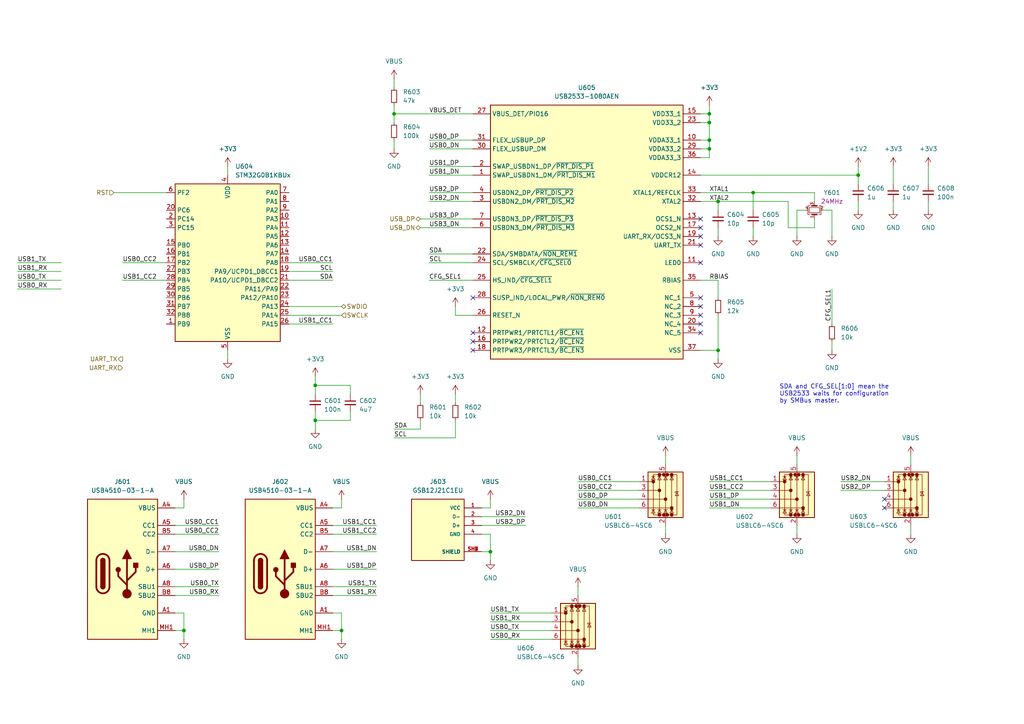
<source format=kicad_sch>
(kicad_sch (version 20231120) (generator "eeschema") (generator_version "8.0")
  (paper "A4")
  (lib_symbols
    (symbol "Device:C_Small" (pin_numbers hide) (pin_names (offset 0.254) hide)
      (property "Reference" "C" (at 0.254 1.778 0))
      (property "Value" "C_Small" (at 0.254 -2.032 0))
      (symbol "C_Small_0_1"
        (polyline (pts (xy -1.524 -0.508) (xy 1.524 -0.508)) (stroke (width 0.3302)))
        (polyline (pts (xy -1.524 0.508) (xy 1.524 0.508)) (stroke (width 0.3048)))
      )
      (symbol "C_Small_1_1"
        (pin passive line (at 0 2.54 270) (length 2.032) (name "~") (number "1"))
        (pin passive line (at 0 -2.54 90) (length 2.032) (name "~") (number "2"))
      )
    )
    (symbol "Device:Crystal_GND24_Small" (pin_names (offset 1.016) hide)
      (property "Reference" "Y" (at 1.27 4.445 0))
      (property "Value" "Crystal_GND24_Small" (at 1.27 2.54 0))
      (symbol "Crystal_GND24_Small_0_1"
        (rectangle (start -0.762 -1.524) (end 0.762 1.524))
        (polyline (pts (xy -1.27 -0.762) (xy -1.27 0.762)) (stroke (width 0.381)))
        (polyline (pts (xy 1.27 -0.762) (xy 1.27 0.762)) (stroke (width 0.381)))
        (polyline (pts (xy -1.27 -1.27) (xy -1.27 -1.905) (xy 1.27 -1.905) (xy 1.27 -1.27)))
        (polyline (pts (xy -1.27 1.27) (xy -1.27 1.905) (xy 1.27 1.905) (xy 1.27 1.27)))
      )
      (symbol "Crystal_GND24_Small_1_1"
        (pin passive line (at -2.54 0 0) (length 1.27) (name "1") (number "1"))
        (pin passive line (at 0 -2.54 90) (length 0.635) (name "2") (number "2"))
        (pin passive line (at 2.54 0 180) (length 1.27) (name "3") (number "3"))
        (pin passive line (at 0 2.54 270) (length 0.635) (name "4") (number "4"))
      )
    )
    (symbol "Device:R_Small" (pin_numbers hide) (pin_names (offset 0.254) hide)
      (property "Reference" "R" (at 0.762 0.508 0))
      (property "Value" "R_Small" (at 0.762 -1.016 0))
      (symbol "R_Small_0_1"
        (rectangle (start -0.762 1.778) (end 0.762 -1.778) (stroke (width 0.2032)))
      )
      (symbol "R_Small_1_1"
        (pin passive line (at 0 2.54 270) (length 0.762) (name "~") (number "1"))
        (pin passive line (at 0 -2.54 90) (length 0.762) (name "~") (number "2"))
      )
    )
    (symbol "GSB12J21C1EU:GSB12J21C1EU" (pin_names (offset 1.016))
      (property "Reference" "J" (at -7.62 8.382 0))
      (property "Value" "GSB12J21C1EU" (at -7.62 -12.7 0))
      (symbol "GSB12J21C1EU_0_0"
        (rectangle (start -7.62 -10.16) (end 7.62 7.62) (stroke (width 0.254)) (fill (type background)))
        (pin power_in line (at -12.7 5.08 0) (length 5.08) (name "VCC") (number "1"))
        (pin bidirectional line (at -12.7 2.54 0) (length 5.08) (name "D-") (number "2"))
        (pin bidirectional line (at -12.7 0 0) (length 5.08) (name "D+") (number "3"))
        (pin power_in line (at -12.7 -2.54 0) (length 5.08) (name "GND") (number "4"))
        (pin passive line (at -12.7 -7.62 0) (length 5.08) (name "SHIELD") (number "SH1"))
        (pin passive line (at -12.7 -7.62 0) (length 5.08) (name "SHIELD") (number "SH2"))
        (pin passive line (at -12.7 -7.62 0) (length 5.08) (name "SHIELD") (number "SH3"))
        (pin passive line (at -12.7 -7.62 0) (length 5.08) (name "SHIELD") (number "SH4"))
      )
    )
    (symbol "MCU_ST_STM32G0:STM32G0B1KBUx"
      (property "Reference" "U" (at -15.24 24.13 0))
      (property "Value" "STM32G0B1KBUx" (at 2.54 24.13 0))
      (symbol "STM32G0B1KBUx_0_1"
        (rectangle (start -15.24 -22.86) (end 15.24 22.86) (stroke (width 0.254)) (fill (type background)))
      )
      (symbol "STM32G0B1KBUx_1_1"
        (pin bidirectional line (at -17.78 -17.78 0) (length 2.54) (name "PB9") (number "1"))
        (pin bidirectional line (at 17.78 12.7 180) (length 2.54) (name "PA3") (number "10"))
        (pin bidirectional line (at 17.78 10.16 180) (length 2.54) (name "PA4") (number "11"))
        (pin bidirectional line (at 17.78 7.62 180) (length 2.54) (name "PA5") (number "12"))
        (pin bidirectional line (at 17.78 5.08 180) (length 2.54) (name "PA6") (number "13"))
        (pin bidirectional line (at 17.78 2.54 180) (length 2.54) (name "PA7") (number "14"))
        (pin bidirectional line (at -17.78 5.08 0) (length 2.54) (name "PB0") (number "15"))
        (pin bidirectional line (at -17.78 2.54 0) (length 2.54) (name "PB1") (number "16"))
        (pin bidirectional line (at -17.78 0 0) (length 2.54) (name "PB2") (number "17"))
        (pin bidirectional line (at 17.78 0 180) (length 2.54) (name "PA8") (number "18"))
        (pin bidirectional line (at 17.78 -2.54 180) (length 2.54) (name "PA9/UCPD1_DBCC1") (number "19"))
        (pin bidirectional line (at -17.78 12.7 0) (length 2.54) (name "PC14") (number "2"))
        (pin bidirectional line (at -17.78 15.24 0) (length 2.54) (name "PC6") (number "20"))
        (pin bidirectional line (at 17.78 -5.08 180) (length 2.54) (name "PA10/UCPD1_DBCC2") (number "21"))
        (pin bidirectional line (at 17.78 -7.62 180) (length 2.54) (name "PA11/PA9") (number "22"))
        (pin bidirectional line (at 17.78 -10.16 180) (length 2.54) (name "PA12/PA10") (number "23"))
        (pin bidirectional line (at 17.78 -12.7 180) (length 2.54) (name "PA13") (number "24"))
        (pin bidirectional line (at 17.78 -15.24 180) (length 2.54) (name "PA14") (number "25"))
        (pin bidirectional line (at 17.78 -17.78 180) (length 2.54) (name "PA15") (number "26"))
        (pin bidirectional line (at -17.78 -2.54 0) (length 2.54) (name "PB3") (number "27"))
        (pin bidirectional line (at -17.78 -5.08 0) (length 2.54) (name "PB4") (number "28"))
        (pin bidirectional line (at -17.78 -7.62 0) (length 2.54) (name "PB5") (number "29"))
        (pin bidirectional line (at -17.78 10.16 0) (length 2.54) (name "PC15") (number "3"))
        (pin bidirectional line (at -17.78 -10.16 0) (length 2.54) (name "PB6") (number "30"))
        (pin bidirectional line (at -17.78 -12.7 0) (length 2.54) (name "PB7") (number "31"))
        (pin bidirectional line (at -17.78 -15.24 0) (length 2.54) (name "PB8") (number "32"))
        (pin passive line (at 0 -25.4 90) (length 2.54) hide (name "VSS") (number "33"))
        (pin power_in line (at 0 25.4 270) (length 2.54) (name "VDD") (number "4"))
        (pin power_in line (at 0 -25.4 90) (length 2.54) (name "VSS") (number "5"))
        (pin bidirectional line (at -17.78 20.32 0) (length 2.54) (name "PF2") (number "6"))
        (pin bidirectional line (at 17.78 20.32 180) (length 2.54) (name "PA0") (number "7"))
        (pin bidirectional line (at 17.78 17.78 180) (length 2.54) (name "PA1") (number "8"))
        (pin bidirectional line (at 17.78 15.24 180) (length 2.54) (name "PA2") (number "9"))
      )
    )
    (symbol "Power_Protection:USBLC6-4SC6" (pin_names hide)
      (property "Reference" "U" (at 1.27 9.525 0))
      (property "Value" "USBLC6-4SC6" (at 1.27 6.985 0))
      (symbol "USBLC6-4SC6_0_0"
        (circle (center -3.556 2.54) (radius 0.0001) (stroke (width 0.508)))
        (circle (center -1.778 -7.112) (radius 0.0001) (stroke (width 0.508)))
        (circle (center -1.778 0) (radius 0.0001) (stroke (width 0.508)))
        (circle (center -1.778 4.572) (radius 0.0001) (stroke (width 0.508)))
        (circle (center -0.508 -7.112) (radius 0.0001) (stroke (width 0.508)))
        (circle (center -0.508 4.572) (radius 0.0001) (stroke (width 0.508)))
        (circle (center 0 -2.54) (radius 0.0001) (stroke (width 0.508)))
        (circle (center 0.508 -7.112) (radius 0.0001) (stroke (width 0.508)))
        (circle (center 0.508 4.572) (radius 0.0001) (stroke (width 0.508)))
        (circle (center 1.778 -7.112) (radius 0.0001) (stroke (width 0.508)))
        (circle (center 1.778 -5.08) (radius 0.0001) (stroke (width 0.508)))
        (circle (center 1.778 4.572) (radius 0.0001) (stroke (width 0.508)))
      )
      (symbol "USBLC6-4SC6_0_1"
        (polyline (pts (xy -5.08 -5.08) (xy 1.778 -5.08)))
        (polyline (pts (xy -5.08 -2.54) (xy 0 -2.54)))
        (polyline (pts (xy -5.08 0) (xy -1.778 0)))
        (polyline (pts (xy -5.08 2.54) (xy -3.556 2.54)))
        (polyline (pts (xy -4.064 -5.588) (xy -3.048 -5.588)))
        (polyline (pts (xy -3.048 4.064) (xy -4.064 4.064)))
        (polyline (pts (xy -2.286 -5.588) (xy -1.27 -5.588)))
        (polyline (pts (xy -2.286 4.064) (xy -1.27 4.064)))
        (polyline (pts (xy -0.508 -5.588) (xy 0.508 -5.588)))
        (polyline (pts (xy 0 5.08) (xy 0.508 4.572)))
        (polyline (pts (xy 0.508 -7.112) (xy -0.508 -7.112)))
        (polyline (pts (xy 0.508 4.064) (xy -0.508 4.064)))
        (polyline (pts (xy 1.27 4.064) (xy 2.286 4.064)))
        (polyline (pts (xy 2.286 -5.588) (xy 1.27 -5.588)))
        (polyline (pts (xy 2.794 -0.762) (xy 2.794 -0.381) (xy 3.81 -0.381)))
        (polyline (pts (xy -4.064 3.048) (xy -3.048 3.048) (xy -3.556 4.064) (xy -4.064 3.048)))
        (polyline (pts (xy -3.048 -6.604) (xy -4.064 -6.604) (xy -3.556 -5.588) (xy -3.048 -6.604)))
        (polyline (pts (xy -1.27 -6.604) (xy -2.286 -6.604) (xy -1.778 -5.588) (xy -1.27 -6.604)))
        (polyline (pts (xy -1.27 3.048) (xy -2.286 3.048) (xy -1.778 4.064) (xy -1.27 3.048)))
        (polyline (pts (xy -0.508 -6.604) (xy 0.508 -6.604) (xy 0 -5.588) (xy -0.508 -6.604)))
        (polyline (pts (xy -0.508 3.048) (xy 0.508 3.048) (xy 0 4.064) (xy -0.508 3.048)))
        (polyline (pts (xy 1.27 -6.604) (xy 2.286 -6.604) (xy 1.778 -5.588) (xy 1.27 -6.604)))
        (polyline (pts (xy 1.778 4.572) (xy 3.302 4.572) (xy 3.302 -7.112) (xy 1.778 -7.112)))
        (polyline (pts (xy 2.286 3.048) (xy 1.27 3.048) (xy 1.778 4.064) (xy 2.286 3.048)))
        (polyline (pts (xy 3.81 -1.524) (xy 2.794 -1.524) (xy 3.302 -0.508) (xy 3.81 -1.524)))
      )
      (symbol "USBLC6-4SC6_1_1"
        (rectangle (start -5.08 5.334) (end 5.08 -7.874) (stroke (width 0.254)) (fill (type background)))
        (polyline (pts (xy -1.778 4.572) (xy -3.556 4.572) (xy -3.556 -7.112) (xy -1.778 -7.112)))
        (polyline (pts (xy -0.508 4.572) (xy 1.778 4.572) (xy 1.778 -7.112) (xy 0.508 -7.112)))
        (polyline (pts (xy 0.508 -7.112) (xy 0 -6.604) (xy 0 4.064) (xy -0.508 4.572)))
        (polyline (pts (xy 0 -7.62) (xy -0.508 -7.112) (xy -1.778 -7.112) (xy -1.778 4.572) (xy -0.508 4.572)))
        (pin passive line (at -7.62 2.54 0) (length 2.54) (name "I/O1") (number "1"))
        (pin passive line (at 0 -10.16 90) (length 2.54) (name "GND") (number "2"))
        (pin passive line (at -7.62 0 0) (length 2.54) (name "I/O2") (number "3"))
        (pin passive line (at -7.62 -2.54 0) (length 2.54) (name "I/O3") (number "4"))
        (pin passive line (at 0 7.62 270) (length 2.54) (name "VBUS") (number "5"))
        (pin passive line (at -7.62 -5.08 0) (length 2.54) (name "I/O4") (number "6"))
      )
    )
    (symbol "USB2533-1080AEN:USB2533-1080AEN"
      (property "Reference" "U" (at 74.93 45.72 0))
      (property "Value" "USB2533-1080AEN" (at 74.93 43.18 0))
      (symbol "USB2533-1080AEN_1_1"
        (rectangle (start -27.94 0) (end 27.94 -73.66) (stroke (width 0.254)) (fill (type background)))
        (pin passive line (at -33.02 -20.32 0) (length 5.08) (name "SWAP_USBDN1_DM/~{PRT_DIS_M1}") (number "1"))
        (pin passive line (at 33.02 -10.16 180) (length 5.08) (name "VDDA33_1") (number "10"))
        (pin passive line (at 33.02 -45.72 180) (length 5.08) (name "LED0") (number "11"))
        (pin passive line (at -33.02 -66.04 0) (length 5.08) (name "PRTPWR1/PRTCTL1/~{BC_EN1}") (number "12"))
        (pin passive line (at 33.02 -33.02 180) (length 5.08) (name "OCS1_N") (number "13"))
        (pin passive line (at 33.02 -20.32 180) (length 5.08) (name "VDDCR12") (number "14"))
        (pin passive line (at 33.02 -2.54 180) (length 5.08) (name "VDD33_1") (number "15"))
        (pin passive line (at -33.02 -68.58 0) (length 5.08) (name "PRTPWR2/PRTCTL2/~{BC_EN2}") (number "16"))
        (pin passive line (at 33.02 -35.56 180) (length 5.08) (name "OCS2_N") (number "17"))
        (pin passive line (at -33.02 -71.12 0) (length 5.08) (name "PRTPWR3/PRTCTL3/~{BC_EN3}") (number "18"))
        (pin passive line (at 33.02 -38.1 180) (length 5.08) (name "UART_RX/OCS3_N") (number "19"))
        (pin passive line (at -33.02 -17.78 0) (length 5.08) (name "SWAP_USBDN1_DP/~{PRT_DIS_P1}") (number "2"))
        (pin passive line (at 33.02 -63.5 180) (length 5.08) (name "NC_4") (number "20"))
        (pin passive line (at 33.02 -40.64 180) (length 5.08) (name "UART_TX") (number "21"))
        (pin passive line (at -33.02 -43.18 0) (length 5.08) (name "SDA/SMBDATA/~{NON_REM1}") (number "22"))
        (pin passive line (at 33.02 -5.08 180) (length 5.08) (name "VDD33_2") (number "23"))
        (pin passive line (at -33.02 -45.72 0) (length 5.08) (name "SCL/SMBCLK/~{CFG_SEL0}") (number "24"))
        (pin passive line (at -33.02 -50.8 0) (length 5.08) (name "HS_IND/~{CFG_SEL1}") (number "25"))
        (pin passive line (at -33.02 -60.96 0) (length 5.08) (name "RESET_N") (number "26"))
        (pin passive line (at -33.02 -2.54 0) (length 5.08) (name "VBUS_DET/PIO16") (number "27"))
        (pin passive line (at -33.02 -55.88 0) (length 5.08) (name "SUSP_IND/LOCAL_PWR/~{NON_REM0}") (number "28"))
        (pin passive line (at 33.02 -12.7 180) (length 5.08) (name "VDDA33_2") (number "29"))
        (pin passive line (at -33.02 -27.94 0) (length 5.08) (name "USBDN2_DM/~{PRT_DIS_M2}") (number "3"))
        (pin passive line (at -33.02 -12.7 0) (length 5.08) (name "FLEX_USBUP_DM") (number "30"))
        (pin passive line (at -33.02 -10.16 0) (length 5.08) (name "FLEX_USBUP_DP") (number "31"))
        (pin passive line (at 33.02 -27.94 180) (length 5.08) (name "XTAL2") (number "32"))
        (pin passive line (at 33.02 -25.4 180) (length 5.08) (name "XTAL1/REFCLK") (number "33"))
        (pin passive line (at 33.02 -66.04 180) (length 5.08) (name "NC_5") (number "34"))
        (pin passive line (at 33.02 -50.8 180) (length 5.08) (name "RBIAS") (number "35"))
        (pin passive line (at 33.02 -15.24 180) (length 5.08) (name "VDDA33_3") (number "36"))
        (pin passive line (at 33.02 -71.12 180) (length 5.08) (name "VSS") (number "37"))
        (pin passive line (at -33.02 -25.4 0) (length 5.08) (name "USBDN2_DP/~{PRT_DIS_P2}") (number "4"))
        (pin passive line (at 33.02 -55.88 180) (length 5.08) (name "NC_1") (number "5"))
        (pin passive line (at -33.02 -35.56 0) (length 5.08) (name "USBDN3_DM/~{PRT_DIS_M3}") (number "6"))
        (pin passive line (at -33.02 -33.02 0) (length 5.08) (name "USBDN3_DP/~{PRT_DIS_P3}") (number "7"))
        (pin passive line (at 33.02 -58.42 180) (length 5.08) (name "NC_2") (number "8"))
        (pin passive line (at 33.02 -60.96 180) (length 5.08) (name "NC_3") (number "9"))
      )
    )
    (symbol "USB4510-03-1-A:USB4510-03-1-A"
      (property "Reference" "J" (at 0 5.08 0))
      (property "Value" "USB4510-03-1-A" (at 0 2.54 0))
      (symbol "USB4510-03-1-A_0_1"
        (rectangle (start -10.16 0) (end 10.16 -40.64) (stroke (width 0.254)) (fill (type background)))
        (arc (start -7.62 -25.4) (mid -5.715 -27.2967) (end -3.81 -25.4) (stroke (width 0.508)))
        (arc (start -6.35 -25.4) (mid -5.715 -26.0323) (end -5.08 -25.4) (stroke (width 0.254)))
        (arc (start -6.35 -25.4) (mid -5.715 -26.0323) (end -5.08 -25.4) (stroke (width 0.254)) (fill (type outline)))
        (rectangle (start -6.35 -25.4) (end -5.08 -17.78) (stroke (width 0.254)) (fill (type outline)))
        (arc (start -5.08 -17.78) (mid -5.715 -17.1477) (end -6.35 -17.78) (stroke (width 0.254)))
        (arc (start -5.08 -17.78) (mid -5.715 -17.1477) (end -6.35 -17.78) (stroke (width 0.254)) (fill (type outline)))
        (arc (start -3.81 -17.78) (mid -5.715 -15.8833) (end -7.62 -17.78) (stroke (width 0.508)))
        (polyline (pts (xy -7.62 -25.4) (xy -7.62 -17.78)) (stroke (width 0.508)))
        (polyline (pts (xy -3.81 -17.78) (xy -3.81 -25.4)) (stroke (width 0.508)))
      )
      (symbol "USB4510-03-1-A_1_1"
        (circle (center -1.27 -20.447) (radius 0.635) (stroke (width 0.254)) (fill (type outline)))
        (polyline (pts (xy 1.27 -27.432) (xy 1.27 -17.272)) (stroke (width 0.508)))
        (polyline (pts (xy 1.27 -24.892) (xy -1.27 -22.352) (xy -1.27 -21.082)) (stroke (width 0.508)))
        (polyline (pts (xy 1.27 -23.622) (xy 3.81 -21.082) (xy 3.81 -19.812)) (stroke (width 0.508)))
        (polyline (pts (xy 0 -17.272) (xy 1.27 -14.732) (xy 2.54 -17.272) (xy 0 -17.272)) (stroke (width 0.254)) (fill (type outline)))
        (circle (center 1.27 -27.432) (radius 1.27) (fill (type outline)))
        (rectangle (start 3.175 -19.812) (end 4.445 -18.542) (stroke (width 0.254)) (fill (type outline)))
        (pin passive line (at 15.24 -33.02 180) (length 5.08) (name "GND") (number "A1"))
        (pin passive line (at 15.24 -33.02 180) (length 5.08) hide (name "GND") (number "A12"))
        (pin passive line (at 15.24 -2.54 180) (length 5.08) (name "VBUS") (number "A4"))
        (pin bidirectional line (at 15.24 -7.62 180) (length 5.08) (name "CC1") (number "A5"))
        (pin bidirectional line (at 15.24 -20.32 180) (length 5.08) (name "D+") (number "A6"))
        (pin bidirectional line (at 15.24 -15.24 180) (length 5.08) (name "D-") (number "A7"))
        (pin bidirectional line (at 15.24 -25.4 180) (length 5.08) (name "SBU1") (number "A8"))
        (pin passive line (at 15.24 -2.54 180) (length 5.08) hide (name "VBUS") (number "A9"))
        (pin bidirectional line (at 15.24 -10.16 180) (length 5.08) (name "CC2") (number "B5"))
        (pin passive line (at 15.24 -20.32 180) (length 5.08) hide (name "D+") (number "B6"))
        (pin passive line (at 15.24 -15.24 180) (length 5.08) hide (name "D-") (number "B7"))
        (pin bidirectional line (at 15.24 -27.94 180) (length 5.08) (name "SBU2") (number "B8"))
        (pin passive line (at 15.24 -38.1 180) (length 5.08) (name "MH1") (number "MH1"))
        (pin passive line (at 15.24 -38.1 180) (length 5.08) hide (name "MH2") (number "MH2"))
        (pin passive line (at 15.24 -38.1 180) (length 5.08) hide (name "MH3") (number "MH3"))
        (pin passive line (at 15.24 -38.1 180) (length 5.08) hide (name "MH4") (number "MH4"))
      )
    )
    (symbol "power:+1V2" (power) (pin_numbers hide) (pin_names (offset 0) hide)
      (property "Value" "+1V2" (at 0 3.556 0))
      (symbol "+1V2_0_1"
        (polyline (pts (xy -0.762 1.27) (xy 0 2.54)))
        (polyline (pts (xy 0 0) (xy 0 2.54)))
        (polyline (pts (xy 0 2.54) (xy 0.762 1.27)))
      )
      (symbol "+1V2_1_1"
        (pin power_in line (at 0 0 90) (length 0) (name "~") (number "1"))
      )
    )
    (symbol "power:+3V3" (power) (pin_numbers hide) (pin_names (offset 0) hide)
      (property "Value" "+3V3" (at 0 3.556 0))
      (symbol "+3V3_0_1"
        (polyline (pts (xy -0.762 1.27) (xy 0 2.54)))
        (polyline (pts (xy 0 0) (xy 0 2.54)))
        (polyline (pts (xy 0 2.54) (xy 0.762 1.27)))
      )
      (symbol "+3V3_1_1"
        (pin power_in line (at 0 0 90) (length 0) (name "~") (number "1"))
      )
    )
    (symbol "power:GND" (power) (pin_numbers hide) (pin_names (offset 0) hide)
      (property "Value" "GND" (at 0 -3.81 0))
      (symbol "GND_0_1"
        (polyline (pts (xy 0 0) (xy 0 -1.27) (xy 1.27 -1.27) (xy 0 -2.54) (xy -1.27 -1.27) (xy 0 -1.27)))
      )
      (symbol "GND_1_1"
        (pin power_in line (at 0 0 270) (length 0) (name "~") (number "1"))
      )
    )
    (symbol "power:VBUS" (power) (pin_numbers hide) (pin_names (offset 0) hide)
      (property "Value" "VBUS" (at 0 3.556 0))
      (symbol "VBUS_0_1"
        (polyline (pts (xy -0.762 1.27) (xy 0 2.54)))
        (polyline (pts (xy 0 0) (xy 0 2.54)))
        (polyline (pts (xy 0 2.54) (xy 0.762 1.27)))
      )
      (symbol "VBUS_1_1"
        (pin power_in line (at 0 0 90) (length 0) (name "~") (number "1"))
      )
    )
  )
  (junction (at 205.74 40.64))
  (junction (at 142.24 160.02))
  (junction (at 205.74 35.56))
  (junction (at 91.44 121.92))
  (junction (at 205.74 33.02))
  (junction (at 53.34 182.88))
  (junction (at 205.74 43.18))
  (junction (at 91.44 111.76))
  (junction (at 208.28 101.6))
  (junction (at 208.28 58.42))
  (junction (at 248.92 50.8))
  (junction (at 114.3 33.02))
  (junction (at 218.44 55.88))
  (junction (at 99.06 182.88))
  (no_connect (at 203.2 71.12))
  (no_connect (at 203.2 91.44))
  (no_connect (at 203.2 68.58))
  (no_connect (at 203.2 88.9))
  (no_connect (at 137.16 86.36))
  (no_connect (at 203.2 96.52))
  (no_connect (at 137.16 101.6))
  (no_connect (at 203.2 66.04))
  (no_connect (at 203.2 93.98))
  (no_connect (at 203.2 86.36))
  (no_connect (at 203.2 76.2))
  (no_connect (at 137.16 99.06))
  (no_connect (at 203.2 63.5))
  (no_connect (at 137.16 96.52))
  (no_connect (at 256.54 144.78))
  (no_connect (at 256.54 147.32))
  (wire (pts (xy 185.42 147.32) (xy 167.64 147.32)))
  (wire (pts (xy 218.44 66.04) (xy 218.44 68.58)))
  (wire (pts (xy 99.06 177.8) (xy 99.06 182.88)))
  (wire (pts (xy 53.34 144.78) (xy 53.34 147.32)))
  (wire (pts (xy 205.74 45.72) (xy 203.2 45.72)))
  (wire (pts (xy 121.92 114.3) (xy 121.92 116.84)))
  (wire (pts (xy 142.24 144.78) (xy 142.24 147.32)))
  (wire (pts (xy 167.64 170.18) (xy 167.64 172.72)))
  (wire (pts (xy 248.92 50.8) (xy 248.92 48.26)))
  (wire (pts (xy 167.64 142.24) (xy 185.42 142.24)))
  (wire (pts (xy 203.2 58.42) (xy 208.28 58.42)))
  (wire (pts (xy 132.08 91.44) (xy 137.16 91.44)))
  (wire (pts (xy 121.92 124.46) (xy 121.92 121.92)))
  (wire (pts (xy 205.74 142.24) (xy 223.52 142.24)))
  (wire (pts (xy 139.7 154.94) (xy 142.24 154.94)))
  (wire (pts (xy 50.8 170.18) (xy 63.5 170.18)))
  (wire (pts (xy 121.92 63.5) (xy 137.16 63.5)))
  (wire (pts (xy 223.52 144.78) (xy 205.74 144.78)))
  (wire (pts (xy 142.24 154.94) (xy 142.24 160.02)))
  (wire (pts (xy 142.24 185.42) (xy 160.02 185.42)))
  (wire (pts (xy 205.74 139.7) (xy 223.52 139.7)))
  (wire (pts (xy 264.16 132.08) (xy 264.16 134.62)))
  (wire (pts (xy 91.44 121.92) (xy 101.6 121.92)))
  (wire (pts (xy 17.78 78.74) (xy 5.08 78.74)))
  (wire (pts (xy 114.3 127) (xy 132.08 127)))
  (wire (pts (xy 259.08 48.26) (xy 259.08 53.34)))
  (wire (pts (xy 66.04 48.26) (xy 66.04 50.8)))
  (wire (pts (xy 241.3 99.06) (xy 241.3 101.6)))
  (wire (pts (xy 203.2 101.6) (xy 208.28 101.6)))
  (wire (pts (xy 231.14 60.96) (xy 231.14 68.58)))
  (wire (pts (xy 132.08 114.3) (xy 132.08 116.84)))
  (wire (pts (xy 205.74 30.48) (xy 205.74 33.02)))
  (wire (pts (xy 124.46 50.8) (xy 137.16 50.8)))
  (wire (pts (xy 142.24 182.88) (xy 160.02 182.88)))
  (wire (pts (xy 259.08 58.42) (xy 259.08 60.96)))
  (wire (pts (xy 96.52 172.72) (xy 109.22 172.72)))
  (wire (pts (xy 91.44 109.22) (xy 91.44 111.76)))
  (wire (pts (xy 96.52 78.74) (xy 83.82 78.74)))
  (wire (pts (xy 50.8 160.02) (xy 63.5 160.02)))
  (wire (pts (xy 66.04 101.6) (xy 66.04 104.14)))
  (wire (pts (xy 248.92 50.8) (xy 248.92 53.34)))
  (wire (pts (xy 124.46 76.2) (xy 137.16 76.2)))
  (wire (pts (xy 203.2 55.88) (xy 218.44 55.88)))
  (wire (pts (xy 99.06 91.44) (xy 83.82 91.44)))
  (wire (pts (xy 167.64 190.5) (xy 167.64 193.04)))
  (wire (pts (xy 139.7 160.02) (xy 142.24 160.02)))
  (wire (pts (xy 91.44 111.76) (xy 101.6 111.76)))
  (wire (pts (xy 53.34 177.8) (xy 53.34 182.88)))
  (wire (pts (xy 63.5 152.4) (xy 50.8 152.4)))
  (wire (pts (xy 114.3 33.02) (xy 137.16 33.02)))
  (wire (pts (xy 236.22 66.04) (xy 236.22 63.5)))
  (wire (pts (xy 35.56 81.28) (xy 48.26 81.28)))
  (wire (pts (xy 63.5 154.94) (xy 50.8 154.94)))
  (wire (pts (xy 205.74 35.56) (xy 203.2 35.56)))
  (wire (pts (xy 96.52 165.1) (xy 109.22 165.1)))
  (wire (pts (xy 91.44 119.38) (xy 91.44 121.92)))
  (wire (pts (xy 205.74 33.02) (xy 203.2 33.02)))
  (wire (pts (xy 99.06 147.32) (xy 96.52 147.32)))
  (wire (pts (xy 50.8 182.88) (xy 53.34 182.88)))
  (wire (pts (xy 243.84 142.24) (xy 256.54 142.24)))
  (wire (pts (xy 205.74 40.64) (xy 205.74 43.18)))
  (wire (pts (xy 264.16 152.4) (xy 264.16 154.94)))
  (wire (pts (xy 205.74 40.64) (xy 203.2 40.64)))
  (wire (pts (xy 208.28 66.04) (xy 208.28 68.58)))
  (wire (pts (xy 91.44 111.76) (xy 91.44 114.3)))
  (wire (pts (xy 101.6 119.38) (xy 101.6 121.92)))
  (wire (pts (xy 17.78 76.2) (xy 5.08 76.2)))
  (wire (pts (xy 114.3 43.18) (xy 114.3 40.64)))
  (wire (pts (xy 228.6 58.42) (xy 228.6 66.04)))
  (wire (pts (xy 142.24 177.8) (xy 160.02 177.8)))
  (wire (pts (xy 96.52 76.2) (xy 83.82 76.2)))
  (wire (pts (xy 53.34 147.32) (xy 50.8 147.32)))
  (wire (pts (xy 83.82 93.98) (xy 96.52 93.98)))
  (wire (pts (xy 124.46 40.64) (xy 137.16 40.64)))
  (wire (pts (xy 233.68 60.96) (xy 231.14 60.96)))
  (wire (pts (xy 17.78 83.82) (xy 5.08 83.82)))
  (wire (pts (xy 91.44 121.92) (xy 91.44 124.46)))
  (wire (pts (xy 152.4 152.4) (xy 139.7 152.4)))
  (wire (pts (xy 185.42 144.78) (xy 167.64 144.78)))
  (wire (pts (xy 205.74 43.18) (xy 205.74 45.72)))
  (wire (pts (xy 228.6 66.04) (xy 236.22 66.04)))
  (wire (pts (xy 167.64 139.7) (xy 185.42 139.7)))
  (wire (pts (xy 193.04 132.08) (xy 193.04 134.62)))
  (wire (pts (xy 208.28 101.6) (xy 208.28 104.14)))
  (wire (pts (xy 218.44 55.88) (xy 218.44 60.96)))
  (wire (pts (xy 241.3 68.58) (xy 241.3 60.96)))
  (wire (pts (xy 243.84 139.7) (xy 256.54 139.7)))
  (wire (pts (xy 114.3 124.46) (xy 121.92 124.46)))
  (wire (pts (xy 269.24 58.42) (xy 269.24 60.96)))
  (wire (pts (xy 96.52 177.8) (xy 99.06 177.8)))
  (wire (pts (xy 114.3 22.86) (xy 114.3 25.4)))
  (wire (pts (xy 124.46 73.66) (xy 137.16 73.66)))
  (wire (pts (xy 142.24 147.32) (xy 139.7 147.32)))
  (wire (pts (xy 241.3 60.96) (xy 238.76 60.96)))
  (wire (pts (xy 203.2 50.8) (xy 248.92 50.8)))
  (wire (pts (xy 205.74 35.56) (xy 205.74 40.64)))
  (wire (pts (xy 142.24 160.02) (xy 142.24 162.56)))
  (wire (pts (xy 99.06 144.78) (xy 99.06 147.32)))
  (wire (pts (xy 50.8 177.8) (xy 53.34 177.8)))
  (wire (pts (xy 96.52 81.28) (xy 83.82 81.28)))
  (wire (pts (xy 50.8 165.1) (xy 63.5 165.1)))
  (wire (pts (xy 124.46 81.28) (xy 137.16 81.28)))
  (wire (pts (xy 231.14 152.4) (xy 231.14 154.94)))
  (wire (pts (xy 114.3 33.02) (xy 114.3 35.56)))
  (wire (pts (xy 121.92 66.04) (xy 137.16 66.04)))
  (wire (pts (xy 101.6 114.3) (xy 101.6 111.76)))
  (wire (pts (xy 96.52 182.88) (xy 99.06 182.88)))
  (wire (pts (xy 205.74 33.02) (xy 205.74 35.56)))
  (wire (pts (xy 152.4 149.86) (xy 139.7 149.86)))
  (wire (pts (xy 109.22 154.94) (xy 96.52 154.94)))
  (wire (pts (xy 124.46 58.42) (xy 137.16 58.42)))
  (wire (pts (xy 208.28 58.42) (xy 228.6 58.42)))
  (wire (pts (xy 99.06 88.9) (xy 83.82 88.9)))
  (wire (pts (xy 33.02 55.88) (xy 48.26 55.88)))
  (wire (pts (xy 124.46 48.26) (xy 137.16 48.26)))
  (wire (pts (xy 248.92 58.42) (xy 248.92 60.96)))
  (wire (pts (xy 114.3 30.48) (xy 114.3 33.02)))
  (wire (pts (xy 208.28 86.36) (xy 208.28 81.28)))
  (wire (pts (xy 124.46 55.88) (xy 137.16 55.88)))
  (wire (pts (xy 53.34 182.88) (xy 53.34 185.42)))
  (wire (pts (xy 193.04 152.4) (xy 193.04 154.94)))
  (wire (pts (xy 142.24 180.34) (xy 160.02 180.34)))
  (wire (pts (xy 208.28 81.28) (xy 203.2 81.28)))
  (wire (pts (xy 17.78 81.28) (xy 5.08 81.28)))
  (wire (pts (xy 132.08 127) (xy 132.08 121.92)))
  (wire (pts (xy 241.3 83.82) (xy 241.3 93.98)))
  (wire (pts (xy 109.22 152.4) (xy 96.52 152.4)))
  (wire (pts (xy 132.08 88.9) (xy 132.08 91.44)))
  (wire (pts (xy 231.14 132.08) (xy 231.14 134.62)))
  (wire (pts (xy 236.22 55.88) (xy 236.22 58.42)))
  (wire (pts (xy 208.28 91.44) (xy 208.28 101.6)))
  (wire (pts (xy 96.52 160.02) (xy 109.22 160.02)))
  (wire (pts (xy 208.28 58.42) (xy 208.28 60.96)))
  (wire (pts (xy 124.46 43.18) (xy 137.16 43.18)))
  (wire (pts (xy 223.52 147.32) (xy 205.74 147.32)))
  (wire (pts (xy 269.24 48.26) (xy 269.24 53.34)))
  (wire (pts (xy 96.52 170.18) (xy 109.22 170.18)))
  (wire (pts (xy 205.74 43.18) (xy 203.2 43.18)))
  (wire (pts (xy 218.44 55.88) (xy 236.22 55.88)))
  (wire (pts (xy 35.56 76.2) (xy 48.26 76.2)))
  (wire (pts (xy 50.8 172.72) (xy 63.5 172.72)))
  (wire (pts (xy 99.06 182.88) (xy 99.06 185.42)))
  (text "SDA and CFG_SEL[1:0] mean the\nUSB2533 waits for configuration\nby SMBus master." (at 226.06 114.3 0) (effects (font (size 1.27 1.27)) (justify left)))
  (label "USB1_DP" (at 205.74 144.78 0))
  (label "USB0_DP" (at 63.5 165.1 180))
  (label "CFG_SEL1" (at 241.3 83.82 270))
  (label "USB0_DN" (at 63.5 160.02 180))
  (label "USB1_RX" (at 142.24 180.34 0))
  (label "USB1_CC1" (at 109.22 152.4 180))
  (label "USB0_DP" (at 167.64 144.78 0))
  (label "SCL" (at 114.3 127 0))
  (label "USB2_DN" (at 124.46 58.42 0))
  (label "USB1_CC1" (at 205.74 139.7 0))
  (label "XTAL2" (at 205.74 58.42 0))
  (label "USB2_DP" (at 124.46 55.88 0))
  (label "USB1_TX" (at 109.22 170.18 180))
  (label "VBUS_DET" (at 124.46 33.02 0))
  (label "USB1_RX" (at 5.08 78.74 0))
  (label "USB1_CC1" (at 96.52 93.98 180))
  (label "USB2_DN" (at 152.4 149.86 180))
  (label "USB1_CC2" (at 205.74 142.24 0))
  (label "USB0_CC2" (at 167.64 142.24 0))
  (label "USB0_DN" (at 167.64 147.32 0))
  (label "USB0_CC2" (at 35.56 76.2 0))
  (label "USB1_TX" (at 142.24 177.8 0))
  (label "USB3_DP" (at 124.46 63.5 0))
  (label "USB0_TX" (at 5.08 81.28 0))
  (label "USB1_DN" (at 109.22 160.02 180))
  (label "USB1_DN" (at 124.46 50.8 0))
  (label "USB1_CC2" (at 35.56 81.28 0))
  (label "USB3_DN" (at 124.46 66.04 0))
  (label "USB1_CC2" (at 109.22 154.94 180))
  (label "USB0_TX" (at 142.24 182.88 0))
  (label "SDA" (at 114.3 124.46 0))
  (label "USB0_TX" (at 63.5 170.18 180))
  (label "USB2_DN" (at 243.84 139.7 0))
  (label "USB0_DN" (at 124.46 43.18 0))
  (label "USB1_DN" (at 205.74 147.32 0))
  (label "RBIAS" (at 205.74 81.28 0))
  (label "USB1_DP" (at 109.22 165.1 180))
  (label "USB0_CC1" (at 96.52 76.2 180))
  (label "USB0_RX" (at 5.08 83.82 0))
  (label "SDA" (at 124.46 73.66 0))
  (label "USB0_CC1" (at 167.64 139.7 0))
  (label "SCL" (at 124.46 76.2 0))
  (label "XTAL1" (at 205.74 55.88 0))
  (label "SDA" (at 96.52 81.28 180))
  (label "USB2_DP" (at 243.84 142.24 0))
  (label "USB0_DP" (at 124.46 40.64 0))
  (label "SCL" (at 96.52 78.74 180))
  (label "USB0_CC1" (at 63.5 152.4 180))
  (label "USB0_CC2" (at 63.5 154.94 180))
  (label "USB1_RX" (at 109.22 172.72 180))
  (label "CFG_SEL1" (at 124.46 81.28 0))
  (label "USB0_RX" (at 63.5 172.72 180))
  (label "USB1_DP" (at 124.46 48.26 0))
  (label "USB2_DP" (at 152.4 152.4 180))
  (label "USB0_RX" (at 142.24 185.42 0))
  (label "USB1_TX" (at 5.08 76.2 0))
  (hierarchical_label "USB_DN" (shape bidirectional) (at 121.92 66.04 180))
  (hierarchical_label "SWDIO" (shape bidirectional) (at 99.06 88.9 0))
  (hierarchical_label "SWCLK" (shape input) (at 99.06 91.44 0))
  (hierarchical_label "UART_TX" (shape output) (at 35.56 104.14 180))
  (hierarchical_label "RST" (shape input) (at 33.02 55.88 180))
  (hierarchical_label "USB_DP" (shape bidirectional) (at 121.92 63.5 180))
  (hierarchical_label "UART_RX" (shape input) (at 35.56 106.68 180))
  (symbol (lib_id "Power_Protection:USBLC6-4SC6") (at 193.04 142.24 0) (unit 1)
    (property "Reference" "U601" (at 175.26 149.86 0) (effects (justify left)))
    (property "Value" "USBLC6-4SC6" (at 175.26 152.4 0) (effects (justify left)))
    (property "Footprint" "Package_TO_SOT_SMD:SOT-23-6" (effects (hide yes)))
    (property "Datasheet" "https://www.st.com/resource/en/datasheet/usblc6-4.pdf" (effects (hide yes)))
    (property "Description" "Very low capacitance ESD protection diode, 4 data-line, SOT-23-6" (effects (hide yes)))
  )
  (symbol (lib_id "power:GND") (at 208.28 68.58 0) (unit 1)
    (property "Reference" "#PWR0624" (effects (hide yes)))
    (property "Value" "GND" (at 208.28 73.66 0))
    (property "Description" "Power symbol creates a global label with name \"GND\" , ground" (effects (hide yes)))
  )
  (symbol (lib_id "power:GND") (at 66.04 104.14 0) (unit 1)
    (property "Reference" "#PWR0619" (effects (hide yes)))
    (property "Value" "GND" (at 66.04 109.22 0))
    (property "Description" "Power symbol creates a global label with name \"GND\" , ground" (effects (hide yes)))
  )
  (symbol (lib_id "Device:C_Small") (at 101.6 116.84 0) (unit 1)
    (property "Reference" "C602" (at 104.14 116.2113 0) (effects (justify left)))
    (property "Value" "4u7" (at 104.14 118.7513 0) (effects (justify left)))
    (property "Footprint" "Capacitor_SMD:C_0402_1005Metric" (effects (hide yes)))
    (property "Description" "Unpolarized capacitor, small symbol" (effects (hide yes)))
  )
  (symbol (lib_id "power:GND") (at 241.3 68.58 0) (unit 1)
    (property "Reference" "#PWR0628" (effects (hide yes)))
    (property "Value" "GND" (at 241.3 73.66 0))
    (property "Description" "Power symbol creates a global label with name \"GND\" , ground" (effects (hide yes)))
  )
  (symbol (lib_id "power:GND") (at 193.04 154.94 0) (unit 1)
    (property "Reference" "#PWR0608" (effects (hide yes)))
    (property "Value" "GND" (at 193.04 160.02 0))
    (property "Description" "Power symbol creates a global label with name \"GND\" , ground" (effects (hide yes)))
  )
  (symbol (lib_id "power:+3V3") (at 121.92 114.3 0) (unit 1)
    (property "Reference" "#PWR0614" (effects (hide yes)))
    (property "Value" "+3V3" (at 121.92 109.22 0))
    (property "Description" "Power symbol creates a global label with name \"+3V3\"" (effects (hide yes)))
  )
  (symbol (lib_id "Device:Crystal_GND24_Small") (at 236.22 60.96 90) (unit 1)
    (property "Reference" "Y601" (at 241.3 55.88 90))
    (property "Value" "CX2016SA24000D0HLLG3" (effects (hide yes)))
    (property "Footprint" "Crystal:Crystal_SMD_2016-4Pin_2.0x1.6mm" (effects (hide yes)))
    (property "Description" "Four pin crystal, GND on pins 2 and 4, small symbol" (effects (hide yes)))
    (property "Frequency" "24MHz" (at 241.3 58.42 90))
  )
  (symbol (lib_id "Device:C_Small") (at 208.28 63.5 0) (unit 1)
    (property "Reference" "C604" (at 210.82 62.2362 0) (effects (justify left)))
    (property "Value" "10p" (at 210.82 64.7762 0) (effects (justify left)))
    (property "Footprint" "Capacitor_SMD:C_0402_1005Metric" (effects (hide yes)))
    (property "Description" "Unpolarized capacitor, small symbol" (effects (hide yes)))
  )
  (symbol (lib_id "power:GND") (at 259.08 60.96 0) (unit 1)
    (property "Reference" "#PWR0633" (effects (hide yes)))
    (property "Value" "GND" (at 259.08 66.04 0))
    (property "Description" "Power symbol creates a global label with name \"GND\" , ground" (effects (hide yes)))
  )
  (symbol (lib_id "USB4510-03-1-A:USB4510-03-1-A") (at 81.28 144.78 0) (unit 1)
    (property "Reference" "J602" (at 81.28 139.7 0))
    (property "Value" "USB4510-03-1-A" (at 81.28 142.24 0))
    (property "Footprint" "keyboard_footprints:USB4510031A" (effects (hide yes)))
    (property "Datasheet" "https://gct.co/files/drawings/usb4510.pdf" (effects (hide yes)))
    (property "Description" "USB Connectors USB C Rec 16P 3u\" Mid Mnt 1.6mm O-set SMT L = 6.5mm S-Spring" (effects (hide yes)))
    (property "Height" "3.36" (effects (hide yes)))
    (property "Mouser Part Number" "640-USB4510031A" (effects (hide yes)))
    (property "Mouser Price/Stock" "https://www.mouser.co.uk/ProductDetail/GCT/USB4510-03-1-A?qs=7D1LtPJG0i3iod3O3OZ7LA%3D%3D" (effects (hide yes)))
    (property "Manufacturer_Name" "GCT (GLOBAL CONNECTOR TECHNOLOGY)" (effects (hide yes)))
    (property "Manufacturer_Part_Number" "USB4510-03-1-A" (effects (hide yes)))
  )
  (symbol (lib_id "power:GND") (at 218.44 68.58 0) (unit 1)
    (property "Reference" "#PWR0626" (effects (hide yes)))
    (property "Value" "GND" (at 218.44 73.66 0))
    (property "Description" "Power symbol creates a global label with name \"GND\" , ground" (effects (hide yes)))
  )
  (symbol (lib_id "power:GND") (at 99.06 185.42 0) (unit 1)
    (property "Reference" "#PWR0604" (effects (hide yes)))
    (property "Value" "GND" (at 99.06 190.5 0))
    (property "Description" "Power symbol creates a global label with name \"GND\" , ground" (effects (hide yes)))
  )
  (symbol (lib_id "Power_Protection:USBLC6-4SC6") (at 167.64 180.34 0) (unit 1)
    (property "Reference" "U606" (at 149.86 187.96 0) (effects (justify left)))
    (property "Value" "USBLC6-4SC6" (at 149.86 190.5 0) (effects (justify left)))
    (property "Footprint" "Package_TO_SOT_SMD:SOT-23-6" (effects (hide yes)))
    (property "Datasheet" "https://www.st.com/resource/en/datasheet/usblc6-4.pdf" (effects (hide yes)))
    (property "Description" "Very low capacitance ESD protection diode, 4 data-line, SOT-23-6" (effects (hide yes)))
  )
  (symbol (lib_id "USB2533-1080AEN:USB2533-1080AEN") (at 170.18 30.48 0) (unit 1)
    (property "Reference" "U605" (at 170.18 25.4 0))
    (property "Value" "USB2533-1080AEN" (at 170.18 27.94 0))
    (property "Footprint" "keyboard_footprints:QFN50P600X600X100-37N-D" (effects (hide yes)))
    (property "Datasheet" "https://ww1.microchip.com/downloads/en/DeviceDoc/00001702C.pdf" (effects (hide yes)))
    (property "Description" "Microchip USB2533-1080AEN, USB Controller, USB 2.0, 3.3 V, 36-Pin SQFN" (effects (hide yes)))
    (property "Height" "1" (effects (hide yes)))
    (property "Mouser Part Number" "579-USB2533-1080AEN" (effects (hide yes)))
    (property "Mouser Price/Stock" "https://www.mouser.co.uk/ProductDetail/Microchip-Technology-Atmel/USB2533-1080AEN?qs=3i1%252BhB2xfwkiUdr5ZR6aAQ%3D%3D" (effects (hide yes)))
    (property "Manufacturer_Name" "Microchip" (effects (hide yes)))
    (property "Manufacturer_Part_Number" "USB2533-1080AEN" (effects (hide yes)))
  )
  (symbol (lib_id "power:+3V3") (at 269.24 48.26 0) (unit 1)
    (property "Reference" "#PWR0634" (effects (hide yes)))
    (property "Value" "+3V3" (at 269.24 43.18 0))
    (property "Description" "Power symbol creates a global label with name \"+3V3\"" (effects (hide yes)))
  )
  (symbol (lib_id "power:VBUS") (at 264.16 132.08 0) (unit 1)
    (property "Reference" "#PWR0611" (effects (hide yes)))
    (property "Value" "VBUS" (at 264.16 127 0))
    (property "Description" "Power symbol creates a global label with name \"VBUS\"" (effects (hide yes)))
  )
  (symbol (lib_id "power:GND") (at 167.64 193.04 0) (unit 1)
    (property "Reference" "#PWR0636" (effects (hide yes)))
    (property "Value" "GND" (at 167.64 198.12 0))
    (property "Description" "Power symbol creates a global label with name \"GND\" , ground" (effects (hide yes)))
  )
  (symbol (lib_id "power:GND") (at 231.14 154.94 0) (unit 1)
    (property "Reference" "#PWR0610" (effects (hide yes)))
    (property "Value" "GND" (at 231.14 160.02 0))
    (property "Description" "Power symbol creates a global label with name \"GND\" , ground" (effects (hide yes)))
  )
  (symbol (lib_id "power:GND") (at 231.14 68.58 0) (unit 1)
    (property "Reference" "#PWR0627" (effects (hide yes)))
    (property "Value" "GND" (at 231.14 73.66 0))
    (property "Description" "Power symbol creates a global label with name \"GND\" , ground" (effects (hide yes)))
  )
  (symbol (lib_id "Device:R_Small") (at 241.3 96.52 0) (unit 1)
    (property "Reference" "R606" (at 243.84 95.2499 0) (effects (justify left)))
    (property "Value" "10k" (at 243.84 97.7899 0) (effects (justify left)))
    (property "Footprint" "Resistor_SMD:R_0402_1005Metric" (effects (hide yes)))
    (property "Description" "Resistor, small symbol" (effects (hide yes)))
  )
  (symbol (lib_id "MCU_ST_STM32G0:STM32G0B1KBUx") (at 66.04 76.2 0) (unit 1)
    (property "Reference" "U604" (at 68.2341 48.26 0) (effects (justify left)))
    (property "Value" "STM32G0B1KBUx" (at 68.2341 50.8 0) (effects (justify left)))
    (property "Footprint" "Package_DFN_QFN:QFN-32-1EP_5x5mm_P0.5mm_EP3.45x3.45mm" (effects (hide yes)))
    (property "Datasheet" "https://www.st.com/resource/en/datasheet/stm32g0b1kb.pdf" (effects (hide yes)))
    (property "Description" "STMicroelectronics Arm Cortex-M0+ MCU, 128KB flash, 144KB RAM, 64 MHz, 1.7-3.6V, 30 GPIO, UFQFPN32" (effects (hide yes)))
  )
  (symbol (lib_id "power:GND") (at 53.34 185.42 0) (unit 1)
    (property "Reference" "#PWR0602" (effects (hide yes)))
    (property "Value" "GND" (at 53.34 190.5 0))
    (property "Description" "Power symbol creates a global label with name \"GND\" , ground" (effects (hide yes)))
  )
  (symbol (lib_id "Power_Protection:USBLC6-4SC6") (at 264.16 142.24 0) (unit 1)
    (property "Reference" "U603" (at 246.38 149.86 0) (effects (justify left)))
    (property "Value" "USBLC6-4SC6" (at 246.38 152.4 0) (effects (justify left)))
    (property "Footprint" "Package_TO_SOT_SMD:SOT-23-6" (effects (hide yes)))
    (property "Datasheet" "https://www.st.com/resource/en/datasheet/usblc6-4.pdf" (effects (hide yes)))
    (property "Description" "Very low capacitance ESD protection diode, 4 data-line, SOT-23-6" (effects (hide yes)))
  )
  (symbol (lib_id "power:GND") (at 264.16 154.94 0) (unit 1)
    (property "Reference" "#PWR0612" (effects (hide yes)))
    (property "Value" "GND" (at 264.16 160.02 0))
    (property "Description" "Power symbol creates a global label with name \"GND\" , ground" (effects (hide yes)))
  )
  (symbol (lib_id "power:+3V3") (at 66.04 48.26 0) (unit 1)
    (property "Reference" "#PWR0618" (effects (hide yes)))
    (property "Value" "+3V3" (at 66.04 43.18 0))
    (property "Description" "Power symbol creates a global label with name \"+3V3\"" (effects (hide yes)))
  )
  (symbol (lib_id "power:VBUS") (at 142.24 144.78 0) (unit 1)
    (property "Reference" "#PWR0605" (effects (hide yes)))
    (property "Value" "VBUS" (at 142.24 139.7 0))
    (property "Description" "Power symbol creates a global label with name \"VBUS\"" (effects (hide yes)))
  )
  (symbol (lib_id "power:VBUS") (at 99.06 144.78 0) (unit 1)
    (property "Reference" "#PWR0603" (effects (hide yes)))
    (property "Value" "VBUS" (at 99.06 139.7 0))
    (property "Description" "Power symbol creates a global label with name \"VBUS\"" (effects (hide yes)))
  )
  (symbol (lib_id "Device:R_Small") (at 114.3 27.94 180) (unit 1)
    (property "Reference" "R603" (at 116.84 26.6699 0) (effects (justify right)))
    (property "Value" "47k" (at 116.84 29.2099 0) (effects (justify right)))
    (property "Footprint" "Resistor_SMD:R_0402_1005Metric" (effects (hide yes)))
    (property "Description" "Resistor, small symbol" (effects (hide yes)))
  )
  (symbol (lib_id "power:+3V3") (at 205.74 30.48 0) (unit 1)
    (property "Reference" "#PWR0623" (effects (hide yes)))
    (property "Value" "+3V3" (at 205.74 25.4 0))
    (property "Description" "Power symbol creates a global label with name \"+3V3\"" (effects (hide yes)))
  )
  (symbol (lib_id "power:VBUS") (at 231.14 132.08 0) (unit 1)
    (property "Reference" "#PWR0609" (effects (hide yes)))
    (property "Value" "VBUS" (at 231.14 127 0))
    (property "Description" "Power symbol creates a global label with name \"VBUS\"" (effects (hide yes)))
  )
  (symbol (lib_id "power:GND") (at 142.24 162.56 0) (unit 1)
    (property "Reference" "#PWR0606" (effects (hide yes)))
    (property "Value" "GND" (at 142.24 167.64 0))
    (property "Description" "Power symbol creates a global label with name \"GND\" , ground" (effects (hide yes)))
  )
  (symbol (lib_id "power:+1V2") (at 248.92 48.26 0) (unit 1)
    (property "Reference" "#PWR0630" (effects (hide yes)))
    (property "Value" "+1V2" (at 248.92 43.18 0))
    (property "Description" "Power symbol creates a global label with name \"+1V2\"" (effects (hide yes)))
  )
  (symbol (lib_id "power:GND") (at 91.44 124.46 0) (unit 1)
    (property "Reference" "#PWR0616" (effects (hide yes)))
    (property "Value" "GND" (at 91.44 129.54 0))
    (property "Description" "Power symbol creates a global label with name \"GND\" , ground" (effects (hide yes)))
  )
  (symbol (lib_id "power:GND") (at 114.3 43.18 0) (unit 1)
    (property "Reference" "#PWR0621" (effects (hide yes)))
    (property "Value" "GND" (at 114.3 48.26 0))
    (property "Description" "Power symbol creates a global label with name \"GND\" , ground" (effects (hide yes)))
  )
  (symbol (lib_id "power:GND") (at 208.28 104.14 0) (unit 1)
    (property "Reference" "#PWR0625" (effects (hide yes)))
    (property "Value" "GND" (at 208.28 109.22 0))
    (property "Description" "Power symbol creates a global label with name \"GND\" , ground" (effects (hide yes)))
  )
  (symbol (lib_id "USB4510-03-1-A:USB4510-03-1-A") (at 35.56 144.78 0) (unit 1)
    (property "Reference" "J601" (at 35.56 139.7 0))
    (property "Value" "USB4510-03-1-A" (at 35.56 142.24 0))
    (property "Footprint" "keyboard_footprints:USB4510031A" (effects (hide yes)))
    (property "Datasheet" "https://gct.co/files/drawings/usb4510.pdf" (effects (hide yes)))
    (property "Description" "USB Connectors USB C Rec 16P 3u\" Mid Mnt 1.6mm O-set SMT L = 6.5mm S-Spring" (effects (hide yes)))
    (property "Height" "3.36" (effects (hide yes)))
    (property "Mouser Part Number" "640-USB4510031A" (effects (hide yes)))
    (property "Mouser Price/Stock" "https://www.mouser.co.uk/ProductDetail/GCT/USB4510-03-1-A?qs=7D1LtPJG0i3iod3O3OZ7LA%3D%3D" (effects (hide yes)))
    (property "Manufacturer_Name" "GCT (GLOBAL CONNECTOR TECHNOLOGY)" (effects (hide yes)))
    (property "Manufacturer_Part_Number" "USB4510-03-1-A" (effects (hide yes)))
  )
  (symbol (lib_id "Device:C_Small") (at 218.44 63.5 0) (unit 1)
    (property "Reference" "C605" (at 220.98 62.2362 0) (effects (justify left)))
    (property "Value" "10p" (at 220.98 64.7762 0) (effects (justify left)))
    (property "Footprint" "Capacitor_SMD:C_0402_1005Metric" (effects (hide yes)))
    (property "Description" "Unpolarized capacitor, small symbol" (effects (hide yes)))
  )
  (symbol (lib_id "power:VBUS") (at 114.3 22.86 0) (unit 1)
    (property "Reference" "#PWR0620" (effects (hide yes)))
    (property "Value" "VBUS" (at 114.3 17.78 0))
    (property "Description" "Power symbol creates a global label with name \"VBUS\"" (effects (hide yes)))
  )
  (symbol (lib_id "Device:C_Small") (at 91.44 116.84 0) (unit 1)
    (property "Reference" "C601" (at 93.98 116.2113 0) (effects (justify left)))
    (property "Value" "100n" (at 93.98 118.7513 0) (effects (justify left)))
    (property "Footprint" "Capacitor_SMD:C_0402_1005Metric" (effects (hide yes)))
    (property "Description" "Unpolarized capacitor, small symbol" (effects (hide yes)))
  )
  (symbol (lib_id "Device:C_Small") (at 269.24 55.88 0) (unit 1)
    (property "Reference" "C608" (at 271.78 54.6162 0) (effects (justify left)))
    (property "Value" "100n" (at 271.78 57.1562 0) (effects (justify left)))
    (property "Footprint" "Capacitor_SMD:C_0402_1005Metric" (effects (hide yes)))
    (property "Description" "Unpolarized capacitor, small symbol" (effects (hide yes)))
  )
  (symbol (lib_id "power:GND") (at 241.3 101.6 0) (unit 1)
    (property "Reference" "#PWR0629" (effects (hide yes)))
    (property "Value" "GND" (at 241.3 106.68 0))
    (property "Description" "Power symbol creates a global label with name \"GND\" , ground" (effects (hide yes)))
  )
  (symbol (lib_id "power:+3V3") (at 259.08 48.26 0) (unit 1)
    (property "Reference" "#PWR0632" (effects (hide yes)))
    (property "Value" "+3V3" (at 259.08 43.18 0))
    (property "Description" "Power symbol creates a global label with name \"+3V3\"" (effects (hide yes)))
  )
  (symbol (lib_id "Device:C_Small") (at 248.92 55.88 0) (unit 1)
    (property "Reference" "C606" (at 251.46 54.6162 0) (effects (justify left)))
    (property "Value" "1u" (at 251.46 57.1562 0) (effects (justify left)))
    (property "Footprint" "Capacitor_SMD:C_0402_1005Metric" (effects (hide yes)))
    (property "Description" "Unpolarized capacitor, small symbol" (effects (hide yes)))
  )
  (symbol (lib_id "power:GND") (at 269.24 60.96 0) (unit 1)
    (property "Reference" "#PWR0635" (effects (hide yes)))
    (property "Value" "GND" (at 269.24 66.04 0))
    (property "Description" "Power symbol creates a global label with name \"GND\" , ground" (effects (hide yes)))
  )
  (symbol (lib_id "Device:R_Small") (at 114.3 38.1 180) (unit 1)
    (property "Reference" "R604" (at 116.84 36.8299 0) (effects (justify right)))
    (property "Value" "100k" (at 116.84 39.3699 0) (effects (justify right)))
    (property "Footprint" "Resistor_SMD:R_0402_1005Metric" (effects (hide yes)))
    (property "Description" "Resistor, small symbol" (effects (hide yes)))
  )
  (symbol (lib_id "GSB12J21C1EU:GSB12J21C1EU") (at 127 152.4 0) (mirror y) (unit 1)
    (property "Reference" "J603" (at 127 139.7 0))
    (property "Value" "GSB12J21C1EU" (at 127 142.24 0))
    (property "Footprint" "keyboard_footprints:AMPHENOL_GSB12J21C1EU" (effects (hide yes)))
    (property "MF" "Amphenol Commercial Products" (effects (hide yes)))
    (property "MAXIMUM_PACKAGE_HEIGHT" "6.9 mm" (effects (hide yes)))
    (property "Package" "None" (effects (hide yes)))
    (property "Price" "None" (effects (hide yes)))
    (property "Check_prices" "https://www.snapeda.com/parts/GSB12J21C1EU/Amphenol/view-part/?ref=eda" (effects (hide yes)))
    (property "STANDARD" "Manufacturer Recommendations" (effects (hide yes)))
    (property "PARTREV" "B" (effects (hide yes)))
    (property "SnapEDA_Link" "https://www.snapeda.com/parts/GSB12J21C1EU/Amphenol/view-part/?ref=snap" (effects (hide yes)))
    (property "MP" "GSB12J21C1EU" (effects (hide yes)))
    (property "Purchase-URL" "https://www.snapeda.com/api/url_track_click_mouser/?unipart_id=8343628&manufacturer=Amphenol Commercial Products&part_name=GSB12J21C1EU&search_term=None" (effects (hide yes)))
    (property "Description_1" "\nUSB 2.0, Type A, Receptacle, Right Angle Reverse Sink, 3.90mm Height, 4 Pins, Shell with e Plating, 30&mu;in Gold, Dip 2.4mm, Shell Forklock, Black High Temperature Housing, Tape and Reel Packaging\n" (effects (hide yes)))
    (property "Availability" "In Stock" (effects (hide yes)))
    (property "MANUFACTURER" "Amphenol" (effects (hide yes)))
  )
  (symbol (lib_id "power:VBUS") (at 193.04 132.08 0) (unit 1)
    (property "Reference" "#PWR0607" (effects (hide yes)))
    (property "Value" "VBUS" (at 193.04 127 0))
    (property "Description" "Power symbol creates a global label with name \"VBUS\"" (effects (hide yes)))
  )
  (symbol (lib_id "Device:R_Small") (at 132.08 119.38 0) (unit 1)
    (property "Reference" "R602" (at 134.62 118.1099 0) (effects (justify left)))
    (property "Value" "10k" (at 134.62 120.6499 0) (effects (justify left)))
    (property "Footprint" "Resistor_SMD:R_0402_1005Metric" (effects (hide yes)))
    (property "Description" "Resistor, small symbol" (effects (hide yes)))
  )
  (symbol (lib_id "power:+3V3") (at 91.44 109.22 0) (unit 1)
    (property "Reference" "#PWR0613" (effects (hide yes)))
    (property "Value" "+3V3" (at 91.44 104.14 0))
    (property "Description" "Power symbol creates a global label with name \"+3V3\"" (effects (hide yes)))
  )
  (symbol (lib_id "power:VBUS") (at 167.64 170.18 0) (unit 1)
    (property "Reference" "#PWR0617" (effects (hide yes)))
    (property "Value" "VBUS" (at 167.64 165.1 0))
    (property "Description" "Power symbol creates a global label with name \"VBUS\"" (effects (hide yes)))
  )
  (symbol (lib_id "Power_Protection:USBLC6-4SC6") (at 231.14 142.24 0) (unit 1)
    (property "Reference" "U602" (at 213.36 149.86 0) (effects (justify left)))
    (property "Value" "USBLC6-4SC6" (at 213.36 152.4 0) (effects (justify left)))
    (property "Footprint" "Package_TO_SOT_SMD:SOT-23-6" (effects (hide yes)))
    (property "Datasheet" "https://www.st.com/resource/en/datasheet/usblc6-4.pdf" (effects (hide yes)))
    (property "Description" "Very low capacitance ESD protection diode, 4 data-line, SOT-23-6" (effects (hide yes)))
  )
  (symbol (lib_id "power:VBUS") (at 53.34 144.78 0) (unit 1)
    (property "Reference" "#PWR0601" (effects (hide yes)))
    (property "Value" "VBUS" (at 53.34 139.7 0))
    (property "Description" "Power symbol creates a global label with name \"VBUS\"" (effects (hide yes)))
  )
  (symbol (lib_id "power:+3V3") (at 132.08 88.9 0) (unit 1)
    (property "Reference" "#PWR0622" (effects (hide yes)))
    (property "Value" "+3V3" (at 132.08 83.82 0))
    (property "Description" "Power symbol creates a global label with name \"+3V3\"" (effects (hide yes)))
  )
  (symbol (lib_id "Device:R_Small") (at 208.28 88.9 0) (unit 1)
    (property "Reference" "R605" (at 210.82 87.6299 0) (effects (justify left)))
    (property "Value" "12k" (at 210.82 90.1699 0) (effects (justify left)))
    (property "Footprint" "Resistor_SMD:R_0402_1005Metric" (effects (hide yes)))
    (property "Description" "Resistor, small symbol" (effects (hide yes)))
  )
  (symbol (lib_id "power:+3V3") (at 132.08 114.3 0) (unit 1)
    (property "Reference" "#PWR0615" (effects (hide yes)))
    (property "Value" "+3V3" (at 132.08 109.22 0))
    (property "Description" "Power symbol creates a global label with name \"+3V3\"" (effects (hide yes)))
  )
  (symbol (lib_id "Device:C_Small") (at 259.08 55.88 0) (unit 1)
    (property "Reference" "C607" (at 261.62 54.6162 0) (effects (justify left)))
    (property "Value" "1u" (at 261.62 57.1562 0) (effects (justify left)))
    (property "Footprint" "Capacitor_SMD:C_0402_1005Metric" (effects (hide yes)))
    (property "Description" "Unpolarized capacitor, small symbol" (effects (hide yes)))
  )
  (symbol (lib_id "Device:R_Small") (at 121.92 119.38 0) (unit 1)
    (property "Reference" "R601" (at 124.46 118.1099 0) (effects (justify left)))
    (property "Value" "10k" (at 124.46 120.6499 0) (effects (justify left)))
    (property "Footprint" "Resistor_SMD:R_0402_1005Metric" (effects (hide yes)))
    (property "Description" "Resistor, small symbol" (effects (hide yes)))
  )
  (symbol (lib_id "power:GND") (at 248.92 60.96 0) (unit 1)
    (property "Reference" "#PWR0631" (effects (hide yes)))
    (property "Value" "GND" (at 248.92 66.04 0))
    (property "Description" "Power symbol creates a global label with name \"GND\" , ground" (effects (hide yes)))
  )
)
</source>
